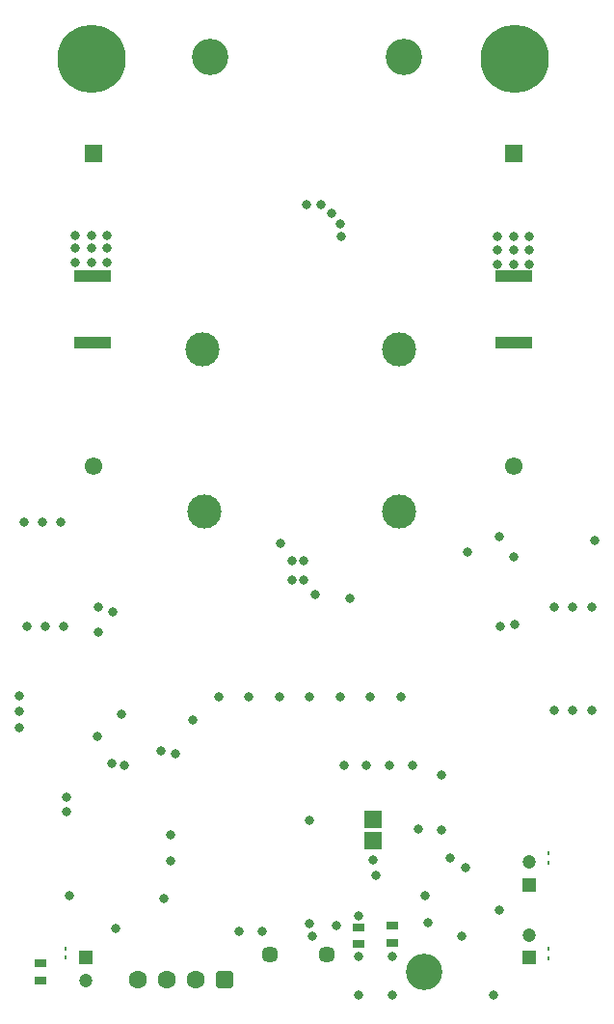
<source format=gbr>
G04*
G04 #@! TF.GenerationSoftware,Altium Limited,Altium Designer,24.6.1 (21)*
G04*
G04 Layer_Color=16711935*
%FSLAX25Y25*%
%MOIN*%
G70*
G04*
G04 #@! TF.SameCoordinates,3E969972-8C0A-4DBC-9D31-E8772DB7AAD8*
G04*
G04*
G04 #@! TF.FilePolarity,Negative*
G04*
G01*
G75*
%ADD29R,0.06102X0.05906*%
%ADD32R,0.03937X0.03150*%
%ADD45C,0.05709*%
%ADD46R,0.04724X0.04724*%
%ADD47C,0.04724*%
%ADD48C,0.06299*%
G04:AMPARAMS|DCode=49|XSize=62.99mil|YSize=62.99mil|CornerRadius=15.75mil|HoleSize=0mil|Usage=FLASHONLY|Rotation=180.000|XOffset=0mil|YOffset=0mil|HoleType=Round|Shape=RoundedRectangle|*
%AMROUNDEDRECTD49*
21,1,0.06299,0.03150,0,0,180.0*
21,1,0.03150,0.06299,0,0,180.0*
1,1,0.03150,-0.01575,0.01575*
1,1,0.03150,0.01575,0.01575*
1,1,0.03150,0.01575,-0.01575*
1,1,0.03150,-0.01575,-0.01575*
%
%ADD49ROUNDEDRECTD49*%
%ADD50C,0.12598*%
%ADD51C,0.23622*%
%ADD52R,0.06102X0.06102*%
%ADD53C,0.06102*%
%ADD54C,0.11811*%
%ADD55C,0.03150*%
%ADD58R,0.00984X0.01417*%
%ADD59R,0.12795X0.04134*%
D29*
X377500Y251543D02*
D03*
Y244457D02*
D03*
D32*
X384000Y214953D02*
D03*
Y209047D02*
D03*
X372500Y214453D02*
D03*
Y208547D02*
D03*
X262500Y201953D02*
D03*
Y196047D02*
D03*
D45*
X361343Y205161D02*
D03*
X341657Y205161D02*
D03*
D46*
X278000Y204000D02*
D03*
X431354Y203909D02*
D03*
X431500Y228972D02*
D03*
D47*
X278000Y196126D02*
D03*
X431354Y211784D02*
D03*
X431500Y236846D02*
D03*
D48*
X316000Y196346D02*
D03*
X306000D02*
D03*
X296000D02*
D03*
D49*
X326000D02*
D03*
D50*
X395000Y198846D02*
D03*
X388000Y514847D02*
D03*
X321000D02*
D03*
D51*
X426500Y514347D02*
D03*
X280000D02*
D03*
D52*
X426011Y481812D02*
D03*
X280711Y481812D02*
D03*
D53*
X426011Y373544D02*
D03*
X280711Y373544D02*
D03*
D54*
X386500Y357846D02*
D03*
X319000D02*
D03*
X386500Y413846D02*
D03*
X318500D02*
D03*
D55*
X384000Y204500D02*
D03*
X372500Y218500D02*
D03*
X364782Y215151D02*
D03*
X355500Y251500D02*
D03*
X355336Y215664D02*
D03*
X356500Y211347D02*
D03*
X305000Y224500D02*
D03*
X377396Y237831D02*
D03*
X372500Y204500D02*
D03*
X378500Y232500D02*
D03*
X384000Y191000D02*
D03*
X372500D02*
D03*
X272500Y225500D02*
D03*
X288500Y214000D02*
D03*
X307500Y237500D02*
D03*
Y246500D02*
D03*
X339000Y213000D02*
D03*
X331000D02*
D03*
X419000Y191000D02*
D03*
X407923Y211423D02*
D03*
X287000Y270847D02*
D03*
X396500Y215846D02*
D03*
X395500Y225346D02*
D03*
X282500Y324847D02*
D03*
X426500Y318847D02*
D03*
X282000Y280346D02*
D03*
X387000Y293847D02*
D03*
X376500D02*
D03*
X366000D02*
D03*
X355500D02*
D03*
X345000D02*
D03*
X334500D02*
D03*
X324000D02*
D03*
X421000Y220346D02*
D03*
X409500Y234846D02*
D03*
X404110Y238480D02*
D03*
X271500Y254346D02*
D03*
Y259347D02*
D03*
X255000Y294346D02*
D03*
Y288846D02*
D03*
Y283347D02*
D03*
X366000Y457346D02*
D03*
X366500Y452846D02*
D03*
X363000Y460847D02*
D03*
X359500Y463846D02*
D03*
X354500D02*
D03*
X420500Y452846D02*
D03*
X426000D02*
D03*
X431500D02*
D03*
Y448347D02*
D03*
X426000D02*
D03*
X420500D02*
D03*
Y443347D02*
D03*
X426000D02*
D03*
X431500D02*
D03*
X285500Y443847D02*
D03*
X280000D02*
D03*
X274500D02*
D03*
Y448846D02*
D03*
X280000D02*
D03*
X285500D02*
D03*
Y453346D02*
D03*
X280000D02*
D03*
X274500D02*
D03*
X410000Y343847D02*
D03*
X369500Y327847D02*
D03*
X421000Y349346D02*
D03*
X357500Y329346D02*
D03*
X345500Y346847D02*
D03*
X290500Y287846D02*
D03*
X282500Y316347D02*
D03*
X454000Y347847D02*
D03*
X426000Y342347D02*
D03*
X349500Y334347D02*
D03*
X353500Y334399D02*
D03*
Y340846D02*
D03*
X349500D02*
D03*
X440053Y289347D02*
D03*
X446500D02*
D03*
X452948D02*
D03*
X440053Y324847D02*
D03*
X446500D02*
D03*
X452948D02*
D03*
X256553Y354346D02*
D03*
X263000D02*
D03*
X269447D02*
D03*
X270447Y318347D02*
D03*
X264000D02*
D03*
X257553D02*
D03*
X391000Y270346D02*
D03*
X383100D02*
D03*
X375200D02*
D03*
X367300D02*
D03*
X421500Y318347D02*
D03*
X287500Y323346D02*
D03*
X291500Y270346D02*
D03*
X315000Y285846D02*
D03*
X304000Y275346D02*
D03*
X309000Y274346D02*
D03*
X401000Y266846D02*
D03*
Y247847D02*
D03*
X393000Y248346D02*
D03*
D58*
X271000Y203847D02*
D03*
Y207154D02*
D03*
X438000Y203693D02*
D03*
Y207000D02*
D03*
Y240000D02*
D03*
Y236693D02*
D03*
D59*
X280500Y439264D02*
D03*
Y416429D02*
D03*
X426000Y416429D02*
D03*
Y439264D02*
D03*
M02*

</source>
